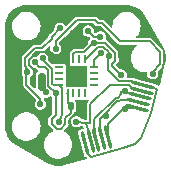
<source format=gtl>
G04 #@! TF.GenerationSoftware,KiCad,Pcbnew,7.0.7*
G04 #@! TF.CreationDate,2024-03-10T20:01:59-05:00*
G04 #@! TF.ProjectId,O12encoder,4f313265-6e63-46f6-9465-722e6b696361,1*
G04 #@! TF.SameCoordinates,Original*
G04 #@! TF.FileFunction,Copper,L1,Top*
G04 #@! TF.FilePolarity,Positive*
%FSLAX46Y46*%
G04 Gerber Fmt 4.6, Leading zero omitted, Abs format (unit mm)*
G04 Created by KiCad (PCBNEW 7.0.7) date 2024-03-10 20:01:59*
%MOMM*%
%LPD*%
G01*
G04 APERTURE LIST*
G04 Aperture macros list*
%AMRoundRect*
0 Rectangle with rounded corners*
0 $1 Rounding radius*
0 $2 $3 $4 $5 $6 $7 $8 $9 X,Y pos of 4 corners*
0 Add a 4 corners polygon primitive as box body*
4,1,4,$2,$3,$4,$5,$6,$7,$8,$9,$2,$3,0*
0 Add four circle primitives for the rounded corners*
1,1,$1+$1,$2,$3*
1,1,$1+$1,$4,$5*
1,1,$1+$1,$6,$7*
1,1,$1+$1,$8,$9*
0 Add four rect primitives between the rounded corners*
20,1,$1+$1,$2,$3,$4,$5,0*
20,1,$1+$1,$4,$5,$6,$7,0*
20,1,$1+$1,$6,$7,$8,$9,0*
20,1,$1+$1,$8,$9,$2,$3,0*%
G04 Aperture macros list end*
G04 #@! TA.AperFunction,SMDPad,CuDef*
%ADD10RoundRect,0.150000X0.150000X0.600000X-0.150000X0.600000X-0.150000X-0.600000X0.150000X-0.600000X0*%
G04 #@! TD*
G04 #@! TA.AperFunction,SMDPad,CuDef*
%ADD11RoundRect,0.140000X-0.140000X-0.170000X0.140000X-0.170000X0.140000X0.170000X-0.140000X0.170000X0*%
G04 #@! TD*
G04 #@! TA.AperFunction,SMDPad,CuDef*
%ADD12RoundRect,0.075000X-0.912893X0.166963X0.874070X-0.311852X0.912893X-0.166963X-0.874070X0.311852X0*%
G04 #@! TD*
G04 #@! TA.AperFunction,SMDPad,CuDef*
%ADD13R,0.711200X0.254000*%
G04 #@! TD*
G04 #@! TA.AperFunction,SMDPad,CuDef*
%ADD14R,0.254000X0.711200*%
G04 #@! TD*
G04 #@! TA.AperFunction,SMDPad,CuDef*
%ADD15R,1.701800X1.701800*%
G04 #@! TD*
G04 #@! TA.AperFunction,SMDPad,CuDef*
%ADD16RoundRect,0.075000X0.311852X-0.874070X-0.166963X0.912893X-0.311852X0.874070X0.166963X-0.912893X0*%
G04 #@! TD*
G04 #@! TA.AperFunction,ViaPad*
%ADD17C,0.550000*%
G04 #@! TD*
G04 #@! TA.AperFunction,Conductor*
%ADD18C,0.160000*%
G04 #@! TD*
G04 APERTURE END LIST*
D10*
X47050000Y-50500000D03*
D11*
X49520000Y-52550000D03*
X50480000Y-52550000D03*
D12*
X55773524Y-50242593D03*
X55644114Y-50725556D03*
X55514705Y-51208519D03*
X55385295Y-51691482D03*
X55255886Y-52174445D03*
X55126476Y-52657408D03*
D13*
X51450000Y-50750001D03*
X51450000Y-50250000D03*
X51450000Y-49750000D03*
X51450000Y-49249999D03*
D14*
X50750001Y-48550000D03*
X50250000Y-48550000D03*
X49750000Y-48550000D03*
X49249999Y-48550000D03*
D13*
X48550000Y-49249999D03*
X48550000Y-49750000D03*
X48550000Y-50250000D03*
X48550000Y-50750001D03*
D14*
X49249999Y-51450000D03*
X49750000Y-51450000D03*
X50250000Y-51450000D03*
X50750001Y-51450000D03*
D15*
X50000000Y-50000000D03*
D16*
X52657408Y-55126476D03*
X52174445Y-55255886D03*
X51691482Y-55385295D03*
X51208519Y-55514705D03*
X50725556Y-55644114D03*
X50242593Y-55773524D03*
D17*
X47280000Y-45140000D03*
X49940000Y-56060000D03*
X45060000Y-47570000D03*
X45220000Y-52410000D03*
X46560000Y-56020000D03*
X50070000Y-44630000D03*
X50550000Y-49460000D03*
X54088807Y-52738807D03*
X56450000Y-49800000D03*
X52500000Y-53400000D03*
X50999015Y-46164117D03*
X52020000Y-46650000D03*
X54100000Y-51250000D03*
X45250000Y-50250000D03*
X49500000Y-54650000D03*
X50000000Y-53850000D03*
X46950000Y-52350000D03*
X53800000Y-49900000D03*
X48500000Y-53850000D03*
X53850000Y-48650000D03*
X48620781Y-45945781D03*
X49750141Y-46340000D03*
X45840000Y-49640000D03*
X47456385Y-51345099D03*
X46480000Y-48820000D03*
X48245500Y-51406600D03*
X46286086Y-50235983D03*
X47140000Y-48490000D03*
X47831823Y-48226061D03*
X48253550Y-47655500D03*
X51454066Y-47165000D03*
X52775000Y-48275000D03*
X52075000Y-48000000D03*
D18*
X55450000Y-55200000D02*
X56288838Y-53110407D01*
X57480000Y-48640000D02*
X57371274Y-49141274D01*
X57371274Y-49141274D02*
X57250000Y-49630000D01*
X56450000Y-49800000D02*
X56450000Y-49610000D01*
X57077258Y-48982742D02*
X57077258Y-47917258D01*
X56210000Y-47050000D02*
X53701627Y-47050000D01*
X53701627Y-47050000D02*
X52151627Y-45500000D01*
X57077258Y-47917258D02*
X56210000Y-47050000D01*
X52151627Y-45500000D02*
X51800000Y-45500000D01*
X51550000Y-45250000D02*
X50040000Y-45250000D01*
X50040000Y-45250000D02*
X49135781Y-46154219D01*
X51800000Y-45500000D02*
X51550000Y-45250000D01*
X56450000Y-49610000D02*
X57077258Y-48982742D01*
X49135781Y-46154219D02*
X49135781Y-46159101D01*
X48834101Y-46460781D02*
X48829219Y-46460781D01*
X49135781Y-46159101D02*
X48834101Y-46460781D01*
X48253550Y-47036450D02*
X48253550Y-47655500D01*
X48829219Y-46460781D02*
X48253550Y-47036450D01*
X57242498Y-47520878D02*
X56520000Y-46540000D01*
X57392241Y-47825642D02*
X57242498Y-47520878D01*
X57440000Y-48060000D02*
X57392241Y-47825642D01*
X57480000Y-48640000D02*
X57440000Y-48060000D01*
X56900000Y-50460000D02*
X57250000Y-49630000D01*
X55773524Y-50242593D02*
X56900000Y-50460000D01*
X47275219Y-48675219D02*
X47954400Y-49354400D01*
X47954400Y-49354400D02*
X47954400Y-50617000D01*
X47140000Y-48490000D02*
X47275219Y-48675219D01*
X47954400Y-50617000D02*
X48087401Y-50750001D01*
X48087401Y-50750001D02*
X48550000Y-50750001D01*
X46386680Y-49458360D02*
X45960000Y-49031680D01*
X45960000Y-49031680D02*
X45960000Y-48582548D01*
X45960000Y-48582548D02*
X46622548Y-47920000D01*
X46286086Y-50235983D02*
X46386680Y-50135389D01*
X46386680Y-50135389D02*
X46386680Y-49458360D01*
X46622548Y-47920000D02*
X47525762Y-47920000D01*
X47525762Y-47920000D02*
X47831823Y-48226061D01*
X48620781Y-45945781D02*
X47916562Y-46650000D01*
X45640000Y-49164228D02*
X45840000Y-49364228D01*
X47916562Y-46650000D02*
X47916562Y-46808438D01*
X47916562Y-46808438D02*
X47125000Y-47600000D01*
X47125000Y-47600000D02*
X46490000Y-47600000D01*
X46490000Y-47600000D02*
X45640000Y-48450000D01*
X45640000Y-48450000D02*
X45640000Y-49164228D01*
X45840000Y-49364228D02*
X45840000Y-49640000D01*
X46480000Y-48820000D02*
X46855498Y-49180498D01*
X46855498Y-49180498D02*
X47327950Y-49180498D01*
X47327950Y-49180498D02*
X47634400Y-49486948D01*
X47634400Y-49486948D02*
X47634400Y-50795500D01*
X47634400Y-50795500D02*
X48245500Y-51406600D01*
X51454066Y-47165000D02*
X52420868Y-47165000D01*
X53290000Y-48681680D02*
X53000000Y-48971680D01*
X53000000Y-48971680D02*
X53000000Y-49100000D01*
X52420868Y-47165000D02*
X53290000Y-48034132D01*
X53290000Y-48034132D02*
X53290000Y-48681680D01*
X49883000Y-47954400D02*
X49750000Y-48087400D01*
X51454066Y-47165000D02*
X51334051Y-47290949D01*
X51334051Y-47290949D02*
X50670600Y-47954400D01*
X50670600Y-47954400D02*
X49883000Y-47954400D01*
X53000000Y-49100000D02*
X53800000Y-49900000D01*
X49750000Y-48087400D02*
X49750000Y-48550000D01*
X52020000Y-46650924D02*
X51485822Y-46650924D01*
X51485822Y-46650924D02*
X50999015Y-46164117D01*
X53850000Y-48650000D02*
X53610000Y-48410000D01*
X51275000Y-45600000D02*
X50768633Y-45600000D01*
X53610000Y-47646985D02*
X53355401Y-47646985D01*
X52750000Y-46574647D02*
X52025353Y-45850000D01*
X50025913Y-46342720D02*
X49750141Y-46342720D01*
X52750000Y-47041584D02*
X52750000Y-46574647D01*
X53610000Y-48410000D02*
X53610000Y-47646985D01*
X53355401Y-47646985D02*
X52750000Y-47041584D01*
X52025353Y-45850000D02*
X51525000Y-45850000D01*
X51525000Y-45850000D02*
X51275000Y-45600000D01*
X50768633Y-45600000D02*
X50025913Y-46342720D01*
X56288838Y-53110407D02*
X56850000Y-51050000D01*
X55644114Y-50725556D02*
X56850000Y-51050000D01*
X55000000Y-55700000D02*
X53950000Y-56100000D01*
X55450000Y-55200000D02*
X55000000Y-55700000D01*
X53950000Y-56100000D02*
X51250000Y-56800000D01*
X51250000Y-56800000D02*
X51000000Y-56600000D01*
X51000000Y-56600000D02*
X50850000Y-56050000D01*
X52657408Y-55126476D02*
X52657408Y-54005470D01*
X52657408Y-54005470D02*
X53924071Y-52738807D01*
X53924071Y-52738807D02*
X54088807Y-52738807D01*
X53467548Y-52135000D02*
X52326274Y-53276274D01*
X52326274Y-53276274D02*
X51970685Y-53631863D01*
X52500000Y-53400000D02*
X52376274Y-53276274D01*
X52376274Y-53276274D02*
X52326274Y-53276274D01*
X54450000Y-52000000D02*
X53780868Y-52000000D01*
X53780868Y-52000000D02*
X53645868Y-52135000D01*
X53645868Y-52135000D02*
X53467548Y-52135000D01*
X51970685Y-53631863D02*
X51970685Y-54444208D01*
X54100000Y-51250000D02*
X53900000Y-51250000D01*
X53513320Y-51815000D02*
X53335000Y-51815000D01*
X53900000Y-51250000D02*
X53815000Y-51335000D01*
X53815000Y-51513320D02*
X53513320Y-51815000D01*
X51524556Y-53625444D02*
X51524556Y-54337313D01*
X53815000Y-51335000D02*
X53815000Y-51513320D01*
X53335000Y-51815000D02*
X51524556Y-53625444D01*
X51524556Y-54337313D02*
X51550000Y-54432271D01*
X51550000Y-54432271D02*
X51550000Y-54800000D01*
X54170206Y-52657408D02*
X54088807Y-52738807D01*
X55126476Y-52657408D02*
X54170206Y-52657408D01*
X50800000Y-53950000D02*
X51167692Y-53950000D01*
X54435000Y-50735000D02*
X54650000Y-50950000D01*
X51167692Y-53950000D02*
X51167692Y-52382308D01*
X51167692Y-52382308D02*
X52815000Y-50735000D01*
X52815000Y-50735000D02*
X54435000Y-50735000D01*
X54300000Y-51450000D02*
X54550000Y-51450000D01*
X54100000Y-51250000D02*
X54300000Y-51450000D01*
X54715000Y-50415000D02*
X54800000Y-50500000D01*
X54185000Y-50415000D02*
X54715000Y-50415000D01*
X52650000Y-49478320D02*
X52650000Y-48400000D01*
X53586680Y-50415000D02*
X52650000Y-49478320D01*
X54185000Y-50415000D02*
X53586680Y-50415000D01*
X52650000Y-48400000D02*
X52775000Y-48275000D01*
X47100000Y-50988714D02*
X47100000Y-50600000D01*
X47456385Y-51345099D02*
X47100000Y-50988714D01*
X46950000Y-52350000D02*
X46950000Y-51900000D01*
X46950000Y-51900000D02*
X45771086Y-50721086D01*
X45771086Y-50721086D02*
X45771086Y-49708914D01*
X45771086Y-49708914D02*
X45840000Y-49640000D01*
X49750000Y-54650000D02*
X50000000Y-54900000D01*
X49500000Y-54650000D02*
X49750000Y-54650000D01*
X49450000Y-54600000D02*
X49500000Y-54650000D01*
X49450000Y-54121925D02*
X49450000Y-54600000D01*
X48245500Y-51406600D02*
X48245500Y-53257276D01*
X47900000Y-53602776D02*
X47900000Y-54000000D01*
X48350000Y-54450000D02*
X48669377Y-54450000D01*
X47900000Y-54000000D02*
X48350000Y-54450000D01*
X48245500Y-53257276D02*
X47900000Y-53602776D01*
X49050000Y-54069377D02*
X49050000Y-53550000D01*
X48669377Y-54450000D02*
X49050000Y-54069377D01*
X49050000Y-53550000D02*
X49520000Y-53080000D01*
X49520000Y-53080000D02*
X49520000Y-52550000D01*
X50800000Y-53950000D02*
X50000000Y-53850000D01*
X50480000Y-52550000D02*
X49840000Y-53190000D01*
X49840000Y-53190000D02*
X49840000Y-53212548D01*
X49840000Y-53212548D02*
X49450000Y-53602548D01*
X49450000Y-53602548D02*
X49450000Y-54121925D01*
X48500000Y-53850000D02*
X48760500Y-53301071D01*
X48760500Y-50960501D02*
X48550000Y-50750001D01*
X48760500Y-53301071D02*
X48760500Y-50960501D01*
X51208519Y-55414705D02*
X50800000Y-53950000D01*
X49520000Y-52550000D02*
X49249999Y-52279999D01*
X49249999Y-52279999D02*
X49249999Y-51450000D01*
X49750141Y-46342720D02*
X49249999Y-46842862D01*
X49249999Y-46842862D02*
X49249999Y-48550000D01*
X49249999Y-48550000D02*
X49249999Y-49249999D01*
X49249999Y-49249999D02*
X50000000Y-50000000D01*
X52775000Y-48275000D02*
X52775000Y-47971680D01*
X52775000Y-47971680D02*
X52288320Y-47485000D01*
X52288320Y-47485000D02*
X51861680Y-47485000D01*
X51861680Y-47485000D02*
X50796680Y-48550000D01*
X50796680Y-48550000D02*
X50750001Y-48550000D01*
X49206599Y-51406600D02*
X49249999Y-51450000D01*
X47831823Y-48226061D02*
X48926060Y-48226061D01*
X48926060Y-48226061D02*
X49249999Y-48550000D01*
X51450000Y-48625000D02*
X52075000Y-48000000D01*
X51450000Y-49249999D02*
X51450000Y-48625000D01*
G04 #@! TA.AperFunction,Conductor*
G36*
X54243925Y-43957944D02*
G01*
X54370398Y-43966235D01*
X54474941Y-43973088D01*
X54480062Y-43973764D01*
X54658675Y-44009293D01*
X54705845Y-44018676D01*
X54710829Y-44020011D01*
X54928831Y-44094012D01*
X54933597Y-44095985D01*
X55140080Y-44197808D01*
X55144539Y-44200382D01*
X55299034Y-44303608D01*
X55335960Y-44328281D01*
X55340063Y-44331429D01*
X55513153Y-44483215D01*
X55516800Y-44486862D01*
X55668600Y-44659944D01*
X55671742Y-44664039D01*
X55738497Y-44763934D01*
X55797748Y-44852600D01*
X55800064Y-44856065D01*
X55801430Y-44858263D01*
X57330797Y-47507202D01*
X57330810Y-47507231D01*
X57353321Y-47546218D01*
X57354540Y-47548497D01*
X57385359Y-47610986D01*
X57391244Y-47664703D01*
X57361223Y-47709636D01*
X57309343Y-47724760D01*
X57266877Y-47708955D01*
X57265591Y-47707984D01*
X57264004Y-47706784D01*
X57259891Y-47703204D01*
X56449811Y-46893124D01*
X56442799Y-46883376D01*
X56442135Y-46883878D01*
X56437722Y-46878035D01*
X56437721Y-46878034D01*
X56437721Y-46878033D01*
X56404415Y-46847670D01*
X56403125Y-46846438D01*
X56389964Y-46833277D01*
X56389963Y-46833276D01*
X56389962Y-46833275D01*
X56386846Y-46831141D01*
X56382555Y-46827742D01*
X56375625Y-46821425D01*
X56360222Y-46807383D01*
X56360220Y-46807382D01*
X56350217Y-46803507D01*
X56334110Y-46795016D01*
X56325263Y-46788955D01*
X56325261Y-46788954D01*
X56295840Y-46782035D01*
X56290608Y-46780414D01*
X56262436Y-46769500D01*
X56262435Y-46769500D01*
X56251710Y-46769500D01*
X56233621Y-46767401D01*
X56223180Y-46764945D01*
X56223178Y-46764944D01*
X56205573Y-46767401D01*
X56193239Y-46769121D01*
X56187784Y-46769500D01*
X55118259Y-46769500D01*
X55067479Y-46751018D01*
X55040459Y-46704218D01*
X55049843Y-46651000D01*
X55065035Y-46632120D01*
X55133622Y-46569595D01*
X55267699Y-46392048D01*
X55366870Y-46192887D01*
X55427756Y-45978895D01*
X55448284Y-45757359D01*
X55427756Y-45535823D01*
X55366870Y-45321831D01*
X55267699Y-45122670D01*
X55133622Y-44945123D01*
X54969203Y-44795235D01*
X54886918Y-44744286D01*
X54780043Y-44678112D01*
X54780039Y-44678110D01*
X54572587Y-44597743D01*
X54572576Y-44597739D01*
X54353884Y-44556859D01*
X54131398Y-44556859D01*
X53912705Y-44597739D01*
X53912694Y-44597743D01*
X53705242Y-44678110D01*
X53705238Y-44678112D01*
X53516082Y-44795233D01*
X53516075Y-44795238D01*
X53351660Y-44945122D01*
X53286702Y-45031141D01*
X53217583Y-45122670D01*
X53217581Y-45122672D01*
X53217579Y-45122676D01*
X53118411Y-45321832D01*
X53057526Y-45535820D01*
X53036998Y-45757359D01*
X53036998Y-45757360D01*
X53040434Y-45794447D01*
X53026715Y-45846716D01*
X52982608Y-45877937D01*
X52928751Y-45873503D01*
X52905910Y-45857596D01*
X52391438Y-45343124D01*
X52384426Y-45333376D01*
X52383762Y-45333878D01*
X52379349Y-45328035D01*
X52379348Y-45328034D01*
X52379348Y-45328033D01*
X52346042Y-45297670D01*
X52344752Y-45296438D01*
X52331591Y-45283277D01*
X52331590Y-45283276D01*
X52331589Y-45283275D01*
X52328473Y-45281141D01*
X52324182Y-45277742D01*
X52320710Y-45274577D01*
X52301849Y-45257383D01*
X52301847Y-45257382D01*
X52291844Y-45253507D01*
X52275737Y-45245016D01*
X52266890Y-45238955D01*
X52266888Y-45238954D01*
X52237467Y-45232035D01*
X52232235Y-45230414D01*
X52204063Y-45219500D01*
X52204062Y-45219500D01*
X52193337Y-45219500D01*
X52175248Y-45217401D01*
X52164807Y-45214945D01*
X52164805Y-45214944D01*
X52147200Y-45217401D01*
X52134866Y-45219121D01*
X52129411Y-45219500D01*
X51948909Y-45219500D01*
X51898129Y-45201018D01*
X51893048Y-45196361D01*
X51789811Y-45093124D01*
X51782799Y-45083376D01*
X51782135Y-45083878D01*
X51777722Y-45078035D01*
X51777721Y-45078034D01*
X51777721Y-45078033D01*
X51744415Y-45047670D01*
X51743125Y-45046438D01*
X51729964Y-45033277D01*
X51729963Y-45033276D01*
X51729962Y-45033275D01*
X51726846Y-45031141D01*
X51722555Y-45027742D01*
X51716436Y-45022164D01*
X51700222Y-45007383D01*
X51700220Y-45007382D01*
X51690217Y-45003507D01*
X51674110Y-44995016D01*
X51665263Y-44988955D01*
X51665261Y-44988954D01*
X51635840Y-44982035D01*
X51630608Y-44980414D01*
X51602436Y-44969500D01*
X51602435Y-44969500D01*
X51591710Y-44969500D01*
X51573621Y-44967401D01*
X51563180Y-44964945D01*
X51563178Y-44964944D01*
X51543381Y-44967706D01*
X51533239Y-44969121D01*
X51527784Y-44969500D01*
X50098642Y-44969500D01*
X50086788Y-44967566D01*
X50086674Y-44968389D01*
X50079426Y-44967377D01*
X50034430Y-44969458D01*
X50032605Y-44969500D01*
X50014007Y-44969500D01*
X50014004Y-44969500D01*
X50013998Y-44969501D01*
X50010283Y-44970195D01*
X50004854Y-44970824D01*
X49974666Y-44972221D01*
X49964848Y-44976556D01*
X49947467Y-44981938D01*
X49936914Y-44983911D01*
X49911217Y-44999822D01*
X49906379Y-45002371D01*
X49878734Y-45014579D01*
X49878732Y-45014580D01*
X49871148Y-45022164D01*
X49856883Y-45033463D01*
X49847759Y-45039113D01*
X49847755Y-45039117D01*
X49829541Y-45063235D01*
X49825946Y-45067366D01*
X49162531Y-45730780D01*
X49113555Y-45753618D01*
X49061357Y-45739632D01*
X49034809Y-45707737D01*
X49032911Y-45703581D01*
X49024911Y-45686063D01*
X48935370Y-45582726D01*
X48935369Y-45582725D01*
X48820346Y-45508805D01*
X48820343Y-45508804D01*
X48820342Y-45508803D01*
X48754745Y-45489542D01*
X48689149Y-45470281D01*
X48689148Y-45470281D01*
X48552414Y-45470281D01*
X48552413Y-45470281D01*
X48421220Y-45508803D01*
X48421215Y-45508805D01*
X48306192Y-45582725D01*
X48216651Y-45686062D01*
X48159849Y-45810440D01*
X48140391Y-45945781D01*
X48140391Y-45945783D01*
X48145284Y-45979822D01*
X48134215Y-46032716D01*
X48122949Y-46046924D01*
X47759683Y-46410190D01*
X47749935Y-46417209D01*
X47750434Y-46417869D01*
X47744594Y-46422279D01*
X47714240Y-46455574D01*
X47712982Y-46456892D01*
X47699836Y-46470038D01*
X47697696Y-46473162D01*
X47694303Y-46477444D01*
X47673945Y-46499778D01*
X47673943Y-46499781D01*
X47670067Y-46509785D01*
X47661581Y-46525885D01*
X47655517Y-46534737D01*
X47655516Y-46534738D01*
X47648598Y-46564156D01*
X47646978Y-46569387D01*
X47636062Y-46597563D01*
X47636062Y-46608287D01*
X47633964Y-46626374D01*
X47631506Y-46636821D01*
X47631506Y-46636823D01*
X47633415Y-46650502D01*
X47622126Y-46703349D01*
X47611034Y-46717278D01*
X47031952Y-47296361D01*
X46982976Y-47319199D01*
X46976091Y-47319500D01*
X46548642Y-47319500D01*
X46536788Y-47317566D01*
X46536674Y-47318389D01*
X46529426Y-47317377D01*
X46484430Y-47319458D01*
X46482605Y-47319500D01*
X46464007Y-47319500D01*
X46464004Y-47319500D01*
X46463998Y-47319501D01*
X46460283Y-47320195D01*
X46454854Y-47320824D01*
X46424666Y-47322221D01*
X46414848Y-47326556D01*
X46397467Y-47331938D01*
X46386914Y-47333911D01*
X46361217Y-47349822D01*
X46356379Y-47352371D01*
X46328734Y-47364579D01*
X46328732Y-47364580D01*
X46321148Y-47372164D01*
X46306883Y-47383463D01*
X46297759Y-47389113D01*
X46297755Y-47389117D01*
X46279541Y-47413235D01*
X46275946Y-47417366D01*
X45483121Y-48210190D01*
X45473373Y-48217209D01*
X45473872Y-48217869D01*
X45468032Y-48222279D01*
X45437678Y-48255574D01*
X45436420Y-48256892D01*
X45423274Y-48270038D01*
X45421134Y-48273162D01*
X45417741Y-48277444D01*
X45397383Y-48299778D01*
X45397381Y-48299781D01*
X45393505Y-48309785D01*
X45385019Y-48325885D01*
X45378955Y-48334737D01*
X45378954Y-48334738D01*
X45372036Y-48364156D01*
X45370416Y-48369387D01*
X45359500Y-48397563D01*
X45359500Y-48408287D01*
X45357402Y-48426374D01*
X45354944Y-48436821D01*
X45354944Y-48436824D01*
X45359120Y-48466752D01*
X45359499Y-48472216D01*
X45359499Y-49105593D01*
X45357566Y-49117446D01*
X45358388Y-49117561D01*
X45357377Y-49124804D01*
X45359458Y-49169798D01*
X45359500Y-49171623D01*
X45359500Y-49190227D01*
X45360193Y-49193934D01*
X45360824Y-49199370D01*
X45362221Y-49229561D01*
X45366555Y-49239377D01*
X45371938Y-49256759D01*
X45373529Y-49265272D01*
X45373911Y-49267313D01*
X45383642Y-49283028D01*
X45388315Y-49290576D01*
X45389818Y-49293002D01*
X45392372Y-49297847D01*
X45404578Y-49325492D01*
X45408717Y-49331534D01*
X45407662Y-49332256D01*
X45427289Y-49374334D01*
X45420451Y-49414045D01*
X45379068Y-49504659D01*
X45359610Y-49640000D01*
X45379068Y-49775340D01*
X45379069Y-49775342D01*
X45435870Y-49899718D01*
X45466736Y-49935340D01*
X45471290Y-49940595D01*
X45490576Y-49991076D01*
X45490586Y-49992329D01*
X45490586Y-50662443D01*
X45488653Y-50674297D01*
X45489475Y-50674412D01*
X45488463Y-50681661D01*
X45490544Y-50726656D01*
X45490586Y-50728481D01*
X45490586Y-50747085D01*
X45491279Y-50750792D01*
X45491910Y-50756228D01*
X45493307Y-50786419D01*
X45497641Y-50796235D01*
X45503024Y-50813617D01*
X45503264Y-50814900D01*
X45504997Y-50824171D01*
X45520904Y-50849860D01*
X45523456Y-50854702D01*
X45535665Y-50882352D01*
X45543248Y-50889935D01*
X45554552Y-50904205D01*
X45557218Y-50908511D01*
X45560204Y-50913332D01*
X45584324Y-50931547D01*
X45588448Y-50935135D01*
X46103813Y-51450500D01*
X46585652Y-51932339D01*
X46608490Y-51981315D01*
X46594504Y-52033513D01*
X46589496Y-52039933D01*
X46545870Y-52090281D01*
X46489068Y-52214659D01*
X46469610Y-52350000D01*
X46489068Y-52485340D01*
X46545870Y-52609718D01*
X46635411Y-52713055D01*
X46726024Y-52771288D01*
X46750439Y-52786978D01*
X46851853Y-52816756D01*
X46881632Y-52825500D01*
X46881633Y-52825500D01*
X47018368Y-52825500D01*
X47042637Y-52818373D01*
X47149561Y-52786978D01*
X47264589Y-52713055D01*
X47354130Y-52609718D01*
X47410931Y-52485342D01*
X47430390Y-52350000D01*
X47410931Y-52214658D01*
X47354130Y-52090282D01*
X47264589Y-51986945D01*
X47264588Y-51986944D01*
X47260319Y-51983245D01*
X47262082Y-51981209D01*
X47235501Y-51946278D01*
X47232023Y-51926473D01*
X47230542Y-51894428D01*
X47230500Y-51892604D01*
X47230500Y-51879879D01*
X47248982Y-51829099D01*
X47295782Y-51802079D01*
X47331755Y-51804078D01*
X47356195Y-51811255D01*
X47388017Y-51820599D01*
X47388018Y-51820599D01*
X47524753Y-51820599D01*
X47549022Y-51813472D01*
X47655946Y-51782077D01*
X47770974Y-51708154D01*
X47770981Y-51708145D01*
X47772174Y-51707113D01*
X47773210Y-51706716D01*
X47775728Y-51705099D01*
X47776066Y-51705625D01*
X47822652Y-51687821D01*
X47873721Y-51705489D01*
X47883619Y-51715077D01*
X47930911Y-51769655D01*
X47930917Y-51769659D01*
X47935183Y-51773356D01*
X47933810Y-51774939D01*
X47961440Y-51811255D01*
X47964999Y-51834700D01*
X47964999Y-53108366D01*
X47946517Y-53159146D01*
X47941860Y-53164227D01*
X47743121Y-53362966D01*
X47733373Y-53369985D01*
X47733872Y-53370645D01*
X47728032Y-53375055D01*
X47697678Y-53408350D01*
X47696420Y-53409668D01*
X47683274Y-53422814D01*
X47681134Y-53425938D01*
X47677741Y-53430220D01*
X47657383Y-53452554D01*
X47657381Y-53452557D01*
X47653505Y-53462561D01*
X47645019Y-53478661D01*
X47638955Y-53487513D01*
X47638954Y-53487514D01*
X47632036Y-53516932D01*
X47630416Y-53522163D01*
X47619500Y-53550339D01*
X47619500Y-53561063D01*
X47617402Y-53579150D01*
X47614944Y-53589597D01*
X47616422Y-53600186D01*
X47619121Y-53619538D01*
X47619500Y-53624991D01*
X47619500Y-53941357D01*
X47617567Y-53953211D01*
X47618389Y-53953326D01*
X47617377Y-53960575D01*
X47619458Y-54005570D01*
X47619500Y-54007395D01*
X47619500Y-54025999D01*
X47620193Y-54029706D01*
X47620824Y-54035142D01*
X47622221Y-54065333D01*
X47626555Y-54075149D01*
X47631938Y-54092531D01*
X47633529Y-54101044D01*
X47633911Y-54103085D01*
X47638865Y-54111085D01*
X47649406Y-54128110D01*
X47649818Y-54128774D01*
X47652370Y-54133616D01*
X47664579Y-54161266D01*
X47672162Y-54168849D01*
X47683466Y-54183119D01*
X47684407Y-54184639D01*
X47689118Y-54192246D01*
X47713238Y-54210461D01*
X47717362Y-54214049D01*
X47912766Y-54409453D01*
X48047348Y-54544035D01*
X48070186Y-54593011D01*
X48056200Y-54645209D01*
X48020025Y-54673561D01*
X47909687Y-54716306D01*
X47909683Y-54716308D01*
X47720527Y-54833429D01*
X47720520Y-54833434D01*
X47556105Y-54983318D01*
X47506253Y-55049334D01*
X47422028Y-55160866D01*
X47422026Y-55160868D01*
X47422024Y-55160872D01*
X47322856Y-55360028D01*
X47261971Y-55574016D01*
X47257928Y-55617650D01*
X47241443Y-55795555D01*
X47248285Y-55869400D01*
X47261971Y-56017093D01*
X47322856Y-56231081D01*
X47422024Y-56430237D01*
X47422025Y-56430238D01*
X47422028Y-56430244D01*
X47556105Y-56607791D01*
X47720524Y-56757679D01*
X47868542Y-56849327D01*
X47909683Y-56874801D01*
X47909687Y-56874803D01*
X48000686Y-56910056D01*
X48117146Y-56955173D01*
X48117148Y-56955173D01*
X48117150Y-56955174D01*
X48335843Y-56996055D01*
X48558328Y-56996055D01*
X48558329Y-56996055D01*
X48777026Y-56955173D01*
X48984487Y-56874802D01*
X49173648Y-56757679D01*
X49338067Y-56607791D01*
X49472144Y-56430244D01*
X49571315Y-56231083D01*
X49632201Y-56017091D01*
X49652729Y-55795555D01*
X49632201Y-55574019D01*
X49571315Y-55360027D01*
X49472144Y-55160866D01*
X49338067Y-54983319D01*
X49173648Y-54833431D01*
X49012055Y-54733377D01*
X48984488Y-54716308D01*
X48984485Y-54716306D01*
X48964387Y-54708520D01*
X48923714Y-54672941D01*
X48915427Y-54619541D01*
X48937065Y-54578997D01*
X49206875Y-54309187D01*
X49216626Y-54302177D01*
X49216123Y-54301511D01*
X49221962Y-54297100D01*
X49221967Y-54297098D01*
X49252340Y-54263779D01*
X49253529Y-54262533D01*
X49266723Y-54249341D01*
X49268856Y-54246225D01*
X49272259Y-54241930D01*
X49274670Y-54239284D01*
X49292617Y-54219599D01*
X49296490Y-54209599D01*
X49304986Y-54193483D01*
X49311045Y-54184639D01*
X49317965Y-54155213D01*
X49319581Y-54149994D01*
X49330500Y-54121812D01*
X49330500Y-54111084D01*
X49332599Y-54092997D01*
X49335053Y-54082560D01*
X49335054Y-54082557D01*
X49335054Y-54082556D01*
X49330876Y-54052604D01*
X49330500Y-54047180D01*
X49330500Y-53698909D01*
X49348983Y-53648129D01*
X49353639Y-53643048D01*
X49445506Y-53551181D01*
X49494482Y-53528343D01*
X49546680Y-53542329D01*
X49577675Y-53586595D01*
X49573228Y-53639859D01*
X49539068Y-53714657D01*
X49539068Y-53714658D01*
X49519610Y-53850000D01*
X49539068Y-53985340D01*
X49595870Y-54109718D01*
X49685411Y-54213055D01*
X49775428Y-54270905D01*
X49800439Y-54286978D01*
X49901853Y-54316756D01*
X49931632Y-54325500D01*
X49931633Y-54325500D01*
X50068368Y-54325500D01*
X50092637Y-54318373D01*
X50199561Y-54286978D01*
X50314589Y-54213055D01*
X50319047Y-54207908D01*
X50366267Y-54181634D01*
X50388552Y-54181251D01*
X50527794Y-54198656D01*
X50575888Y-54223294D01*
X50594090Y-54255823D01*
X50621911Y-54355575D01*
X50617750Y-54409453D01*
X50579930Y-54448052D01*
X50550982Y-54455629D01*
X50513494Y-54458086D01*
X50316192Y-54510954D01*
X50242704Y-54547193D01*
X50170442Y-54629592D01*
X50170438Y-54629598D01*
X50135209Y-54733377D01*
X50140569Y-54815142D01*
X50633428Y-56654515D01*
X50633433Y-56654527D01*
X50669667Y-56728004D01*
X50669668Y-56728005D01*
X50669669Y-56728006D01*
X50752071Y-56800271D01*
X50816864Y-56822265D01*
X50845323Y-56839274D01*
X50847131Y-56840958D01*
X50847133Y-56840959D01*
X50849898Y-56842713D01*
X50866365Y-56852307D01*
X50885841Y-56867888D01*
X50892332Y-56873081D01*
X50920438Y-56919236D01*
X50912300Y-56972659D01*
X50871727Y-57008353D01*
X50863427Y-57011077D01*
X48926879Y-57529974D01*
X48914092Y-57533400D01*
X48911575Y-57533987D01*
X48684514Y-57579150D01*
X48679386Y-57579825D01*
X48449675Y-57594879D01*
X48444502Y-57594879D01*
X48214790Y-57579822D01*
X48209662Y-57579147D01*
X47983889Y-57534237D01*
X47978893Y-57532899D01*
X47760897Y-57458899D01*
X47756124Y-57456922D01*
X47548419Y-57354495D01*
X47546150Y-57353283D01*
X47512796Y-57334026D01*
X47512794Y-57334025D01*
X44858716Y-55801691D01*
X44856532Y-55800333D01*
X44849381Y-55795555D01*
X44664045Y-55671715D01*
X44659943Y-55668567D01*
X44658702Y-55667478D01*
X44486856Y-55516773D01*
X44483225Y-55513142D01*
X44331421Y-55340043D01*
X44328281Y-55335951D01*
X44318885Y-55321889D01*
X44200381Y-55144536D01*
X44197799Y-55140064D01*
X44155789Y-55054877D01*
X44095976Y-54933591D01*
X44094001Y-54928820D01*
X44020004Y-54710838D01*
X44018665Y-54705842D01*
X43973750Y-54480060D01*
X43973074Y-54474932D01*
X43971618Y-54452727D01*
X43963278Y-54325500D01*
X43957944Y-54244137D01*
X43957895Y-54242641D01*
X44551716Y-54242641D01*
X44572244Y-54464179D01*
X44633129Y-54678167D01*
X44732297Y-54877323D01*
X44732298Y-54877324D01*
X44732301Y-54877330D01*
X44866378Y-55054877D01*
X45030797Y-55204765D01*
X45178815Y-55296413D01*
X45219956Y-55321887D01*
X45219960Y-55321889D01*
X45278982Y-55344754D01*
X45427419Y-55402259D01*
X45427421Y-55402259D01*
X45427423Y-55402260D01*
X45646116Y-55443141D01*
X45868601Y-55443141D01*
X45868602Y-55443141D01*
X46087299Y-55402259D01*
X46294760Y-55321888D01*
X46483921Y-55204765D01*
X46648340Y-55054877D01*
X46782417Y-54877330D01*
X46881588Y-54678169D01*
X46942474Y-54464177D01*
X46963002Y-54242641D01*
X46942474Y-54021105D01*
X46881588Y-53807113D01*
X46782417Y-53607952D01*
X46648340Y-53430405D01*
X46483921Y-53280517D01*
X46386544Y-53220224D01*
X46294761Y-53163394D01*
X46294757Y-53163392D01*
X46087305Y-53083025D01*
X46087294Y-53083021D01*
X45868602Y-53042141D01*
X45646116Y-53042141D01*
X45427423Y-53083021D01*
X45427412Y-53083025D01*
X45219960Y-53163392D01*
X45219956Y-53163394D01*
X45030800Y-53280515D01*
X45030793Y-53280520D01*
X44866378Y-53430404D01*
X44823681Y-53486945D01*
X44732301Y-53607952D01*
X44732299Y-53607954D01*
X44732297Y-53607958D01*
X44633129Y-53807114D01*
X44572244Y-54021102D01*
X44551716Y-54242641D01*
X43957895Y-54242641D01*
X43957859Y-54241552D01*
X43957859Y-45758656D01*
X43957902Y-45757359D01*
X44551716Y-45757359D01*
X44572244Y-45978897D01*
X44633129Y-46192885D01*
X44732297Y-46392041D01*
X44732298Y-46392042D01*
X44732301Y-46392048D01*
X44866378Y-46569595D01*
X45030797Y-46719483D01*
X45161155Y-46800197D01*
X45219956Y-46836605D01*
X45219960Y-46836607D01*
X45245283Y-46846417D01*
X45427419Y-46916977D01*
X45427421Y-46916977D01*
X45427423Y-46916978D01*
X45646116Y-46957859D01*
X45868601Y-46957859D01*
X45868602Y-46957859D01*
X46058385Y-46922382D01*
X46087294Y-46916978D01*
X46087294Y-46916977D01*
X46087299Y-46916977D01*
X46294760Y-46836606D01*
X46483921Y-46719483D01*
X46648340Y-46569595D01*
X46782417Y-46392048D01*
X46881588Y-46192887D01*
X46942474Y-45978895D01*
X46963002Y-45757359D01*
X46942474Y-45535823D01*
X46881588Y-45321831D01*
X46782417Y-45122670D01*
X46648340Y-44945123D01*
X46483921Y-44795235D01*
X46401636Y-44744286D01*
X46294761Y-44678112D01*
X46294757Y-44678110D01*
X46087305Y-44597743D01*
X46087294Y-44597739D01*
X45868602Y-44556859D01*
X45646116Y-44556859D01*
X45427423Y-44597739D01*
X45427412Y-44597743D01*
X45219960Y-44678110D01*
X45219956Y-44678112D01*
X45030800Y-44795233D01*
X45030793Y-44795238D01*
X44866378Y-44945122D01*
X44801420Y-45031141D01*
X44732301Y-45122670D01*
X44732299Y-45122672D01*
X44732297Y-45122676D01*
X44633129Y-45321832D01*
X44572244Y-45535820D01*
X44551716Y-45757359D01*
X43957902Y-45757359D01*
X43957944Y-45756071D01*
X43971215Y-45553638D01*
X43973089Y-45525059D01*
X43973764Y-45519939D01*
X43983642Y-45470281D01*
X44018679Y-45294150D01*
X44020013Y-45289175D01*
X44094019Y-45071169D01*
X44095994Y-45066404D01*
X44114149Y-45029590D01*
X44197818Y-44859930D01*
X44200389Y-44855476D01*
X44328301Y-44664045D01*
X44331427Y-44659971D01*
X44483242Y-44486858D01*
X44486858Y-44483242D01*
X44659971Y-44331427D01*
X44664045Y-44328301D01*
X44855479Y-44200388D01*
X44859930Y-44197818D01*
X45066405Y-44095993D01*
X45071169Y-44094019D01*
X45289175Y-44020013D01*
X45294150Y-44018679D01*
X45486992Y-43980317D01*
X45519939Y-43973764D01*
X45525059Y-43973089D01*
X45637111Y-43965742D01*
X45756075Y-43957944D01*
X45758660Y-43957859D01*
X54241340Y-43957859D01*
X54243925Y-43957944D01*
G37*
G04 #@! TD.AperFunction*
G04 #@! TA.AperFunction,Conductor*
G36*
X50537546Y-51991571D02*
G01*
X50537580Y-51991489D01*
X50539458Y-51992267D01*
X50543893Y-51993881D01*
X50544770Y-51994467D01*
X50544769Y-51994467D01*
X50603253Y-52006100D01*
X50896749Y-52006100D01*
X50953979Y-51994716D01*
X51007389Y-52002936D01*
X51043020Y-52043565D01*
X51044199Y-52097591D01*
X51025252Y-52128059D01*
X51010813Y-52142498D01*
X51001065Y-52149517D01*
X51001564Y-52150177D01*
X50995724Y-52154587D01*
X50965370Y-52187882D01*
X50964112Y-52189200D01*
X50950966Y-52202346D01*
X50948826Y-52205470D01*
X50945433Y-52209752D01*
X50925075Y-52232086D01*
X50925073Y-52232089D01*
X50921197Y-52242093D01*
X50912711Y-52258193D01*
X50906647Y-52267045D01*
X50906646Y-52267046D01*
X50901299Y-52289780D01*
X50901127Y-52290517D01*
X50899728Y-52296464D01*
X50898108Y-52301695D01*
X50887192Y-52329871D01*
X50887192Y-52340595D01*
X50885094Y-52358682D01*
X50882636Y-52369129D01*
X50884878Y-52385199D01*
X50886813Y-52399070D01*
X50887192Y-52404523D01*
X50887192Y-53588726D01*
X50868710Y-53639506D01*
X50821910Y-53666526D01*
X50798393Y-53667116D01*
X50460059Y-53624824D01*
X50411964Y-53600186D01*
X50405573Y-53591947D01*
X50314588Y-53486944D01*
X50199565Y-53413024D01*
X50199562Y-53413023D01*
X50199561Y-53413022D01*
X50105329Y-53385353D01*
X50068368Y-53374500D01*
X50068367Y-53374500D01*
X49931633Y-53374500D01*
X49931632Y-53374500D01*
X49894671Y-53385353D01*
X49800439Y-53413022D01*
X49800438Y-53413022D01*
X49795018Y-53414614D01*
X49794544Y-53413001D01*
X49747859Y-53416706D01*
X49703845Y-53385353D01*
X49690282Y-53333044D01*
X49710539Y-53287347D01*
X49722340Y-53274402D01*
X49723529Y-53273156D01*
X49736723Y-53259964D01*
X49738856Y-53256848D01*
X49742254Y-53252557D01*
X49762617Y-53230222D01*
X49766492Y-53220217D01*
X49774981Y-53204111D01*
X49781044Y-53195262D01*
X49787963Y-53165841D01*
X49789579Y-53160622D01*
X49797460Y-53140282D01*
X49800500Y-53132436D01*
X49800500Y-53121708D01*
X49802599Y-53103620D01*
X49805053Y-53093183D01*
X49805054Y-53093178D01*
X49804593Y-53089873D01*
X49805376Y-53086205D01*
X49805392Y-53085868D01*
X49805447Y-53085870D01*
X49815881Y-53037026D01*
X49849447Y-53007359D01*
X49858316Y-53003224D01*
X49943224Y-52918316D01*
X49993972Y-52809487D01*
X50000500Y-52759901D01*
X50000499Y-52340100D01*
X49998398Y-52324135D01*
X49993973Y-52290517D01*
X49993971Y-52290511D01*
X49983029Y-52267046D01*
X49943224Y-52181684D01*
X49943223Y-52181683D01*
X49943221Y-52181680D01*
X49893570Y-52132029D01*
X49870732Y-52083053D01*
X49884718Y-52030855D01*
X49928984Y-51999860D01*
X49934016Y-51998686D01*
X49955231Y-51994467D01*
X49956105Y-51993882D01*
X49957413Y-51993562D01*
X49962419Y-51991489D01*
X49962737Y-51992259D01*
X50008594Y-51981034D01*
X50037546Y-51991571D01*
X50037581Y-51991489D01*
X50039480Y-51992276D01*
X50043893Y-51993882D01*
X50044769Y-51994467D01*
X50103252Y-52006100D01*
X50396748Y-52006100D01*
X50455231Y-51994467D01*
X50456105Y-51993882D01*
X50457413Y-51993562D01*
X50462419Y-51991489D01*
X50462737Y-51992259D01*
X50508594Y-51981034D01*
X50537546Y-51991571D01*
G37*
G04 #@! TD.AperFunction*
G04 #@! TA.AperFunction,Conductor*
G36*
X46339450Y-49274305D02*
G01*
X46375996Y-49285036D01*
X46411632Y-49295500D01*
X46538478Y-49295500D01*
X46589258Y-49313982D01*
X46593186Y-49317508D01*
X46618440Y-49341754D01*
X46626773Y-49351135D01*
X46627778Y-49352466D01*
X46663855Y-49385356D01*
X46671598Y-49392788D01*
X46679988Y-49400843D01*
X46679996Y-49400848D01*
X46682840Y-49403114D01*
X46682739Y-49403240D01*
X46687680Y-49407075D01*
X46705276Y-49423115D01*
X46718742Y-49428331D01*
X46733500Y-49435919D01*
X46745579Y-49443837D01*
X46745580Y-49443837D01*
X46751702Y-49447850D01*
X46750023Y-49450410D01*
X46780403Y-49478387D01*
X46787324Y-49531981D01*
X46758176Y-49577485D01*
X46744937Y-49585663D01*
X46693519Y-49610800D01*
X46693512Y-49610805D01*
X46610805Y-49693512D01*
X46610802Y-49693516D01*
X46559427Y-49798604D01*
X46549500Y-49866738D01*
X46549500Y-50912090D01*
X46531018Y-50962870D01*
X46484218Y-50989890D01*
X46431000Y-50980506D01*
X46414639Y-50967952D01*
X46251303Y-50804616D01*
X46074724Y-50628037D01*
X46051887Y-50579062D01*
X46051586Y-50572177D01*
X46051586Y-50112387D01*
X46070068Y-50061607D01*
X46087876Y-50045928D01*
X46154589Y-50003055D01*
X46244130Y-49899718D01*
X46300931Y-49775342D01*
X46320390Y-49640000D01*
X46300931Y-49504658D01*
X46245335Y-49382922D01*
X46241053Y-49329055D01*
X46272399Y-49285036D01*
X46324706Y-49271464D01*
X46339450Y-49274305D01*
G37*
G04 #@! TD.AperFunction*
G04 #@! TA.AperFunction,Conductor*
G36*
X51451871Y-45548982D02*
G01*
X51456952Y-45553639D01*
X51560189Y-45656876D01*
X51567202Y-45666623D01*
X51567865Y-45666123D01*
X51572276Y-45671963D01*
X51572277Y-45671964D01*
X51572279Y-45671967D01*
X51587742Y-45686063D01*
X51605574Y-45702320D01*
X51606872Y-45703559D01*
X51620036Y-45716723D01*
X51620037Y-45716724D01*
X51623148Y-45718855D01*
X51627445Y-45722257D01*
X51649778Y-45742617D01*
X51656281Y-45745136D01*
X51659783Y-45746493D01*
X51675891Y-45754984D01*
X51679360Y-45757360D01*
X51684738Y-45761044D01*
X51714156Y-45767963D01*
X51719378Y-45769580D01*
X51747565Y-45780500D01*
X51758292Y-45780500D01*
X51776378Y-45782597D01*
X51786821Y-45785054D01*
X51786822Y-45785054D01*
X51791808Y-45784358D01*
X51816755Y-45780878D01*
X51822210Y-45780500D01*
X52002718Y-45780500D01*
X52053498Y-45798982D01*
X52058579Y-45803639D01*
X52395115Y-46140175D01*
X52417953Y-46189151D01*
X52403967Y-46241349D01*
X52359701Y-46272344D01*
X52305867Y-46267634D01*
X52296544Y-46262495D01*
X52219565Y-46213024D01*
X52219562Y-46213023D01*
X52219561Y-46213022D01*
X52138264Y-46189151D01*
X52088368Y-46174500D01*
X52088367Y-46174500D01*
X51951633Y-46174500D01*
X51951632Y-46174500D01*
X51820439Y-46213022D01*
X51820434Y-46213024D01*
X51705411Y-46286944D01*
X51705410Y-46286945D01*
X51674219Y-46322942D01*
X51626997Y-46349216D01*
X51573934Y-46338988D01*
X51558654Y-46327069D01*
X51496845Y-46265260D01*
X51474007Y-46216284D01*
X51474509Y-46198163D01*
X51479405Y-46164117D01*
X51459946Y-46028775D01*
X51403145Y-45904399D01*
X51313604Y-45801062D01*
X51313603Y-45801061D01*
X51198580Y-45727141D01*
X51198577Y-45727140D01*
X51198576Y-45727139D01*
X51114050Y-45702320D01*
X51067383Y-45688617D01*
X51067382Y-45688617D01*
X50930648Y-45688617D01*
X50930647Y-45688617D01*
X50799454Y-45727139D01*
X50799449Y-45727141D01*
X50684426Y-45801061D01*
X50594885Y-45904398D01*
X50538083Y-46028776D01*
X50518625Y-46164117D01*
X50538083Y-46299457D01*
X50594885Y-46423835D01*
X50684426Y-46527172D01*
X50730620Y-46556859D01*
X50799454Y-46601095D01*
X50900868Y-46630873D01*
X50930647Y-46639617D01*
X51045106Y-46639617D01*
X51095886Y-46658099D01*
X51100967Y-46662756D01*
X51134207Y-46695996D01*
X51157045Y-46744972D01*
X51143059Y-46797170D01*
X51138051Y-46803590D01*
X51049936Y-46905281D01*
X50993134Y-47029659D01*
X50973676Y-47165000D01*
X50973676Y-47165001D01*
X50979315Y-47204228D01*
X50968246Y-47257121D01*
X50956981Y-47271330D01*
X50577552Y-47650761D01*
X50528576Y-47673599D01*
X50521690Y-47673900D01*
X49941642Y-47673900D01*
X49929788Y-47671966D01*
X49929674Y-47672789D01*
X49922426Y-47671777D01*
X49877430Y-47673858D01*
X49875605Y-47673900D01*
X49857007Y-47673900D01*
X49857004Y-47673900D01*
X49856998Y-47673901D01*
X49853283Y-47674595D01*
X49847853Y-47675224D01*
X49817666Y-47676621D01*
X49807848Y-47680956D01*
X49790462Y-47686339D01*
X49779915Y-47688310D01*
X49754217Y-47704221D01*
X49749375Y-47706773D01*
X49721734Y-47718978D01*
X49714148Y-47726564D01*
X49699883Y-47737863D01*
X49690759Y-47743513D01*
X49690755Y-47743517D01*
X49672541Y-47767635D01*
X49668946Y-47771766D01*
X49593121Y-47847590D01*
X49583373Y-47854609D01*
X49583872Y-47855269D01*
X49578032Y-47859679D01*
X49547678Y-47892974D01*
X49546420Y-47894292D01*
X49533274Y-47907438D01*
X49531134Y-47910562D01*
X49527741Y-47914844D01*
X49507383Y-47937178D01*
X49507381Y-47937181D01*
X49503505Y-47947185D01*
X49495019Y-47963285D01*
X49488955Y-47972137D01*
X49488954Y-47972138D01*
X49482036Y-48001556D01*
X49480416Y-48006787D01*
X49469500Y-48034963D01*
X49469500Y-48039274D01*
X49456186Y-48083164D01*
X49434133Y-48116168D01*
X49434132Y-48116169D01*
X49422500Y-48174652D01*
X49422500Y-48925347D01*
X49434132Y-48983830D01*
X49435557Y-48985962D01*
X49478448Y-49050152D01*
X49544769Y-49094467D01*
X49544768Y-49094467D01*
X49603252Y-49106100D01*
X49896748Y-49106100D01*
X49955231Y-49094467D01*
X49956105Y-49093882D01*
X49957413Y-49093562D01*
X49962419Y-49091489D01*
X49962737Y-49092259D01*
X50008594Y-49081034D01*
X50037546Y-49091571D01*
X50037581Y-49091489D01*
X50039480Y-49092276D01*
X50043893Y-49093882D01*
X50044769Y-49094467D01*
X50103252Y-49106100D01*
X50396748Y-49106100D01*
X50455231Y-49094467D01*
X50456105Y-49093882D01*
X50457413Y-49093562D01*
X50462419Y-49091489D01*
X50462737Y-49092259D01*
X50508594Y-49081034D01*
X50537546Y-49091571D01*
X50537580Y-49091489D01*
X50539458Y-49092267D01*
X50543893Y-49093881D01*
X50544770Y-49094467D01*
X50544769Y-49094467D01*
X50603253Y-49106100D01*
X50814900Y-49106100D01*
X50865680Y-49124582D01*
X50892700Y-49171382D01*
X50893900Y-49185100D01*
X50893900Y-49396747D01*
X50895192Y-49403240D01*
X50905532Y-49455230D01*
X50905533Y-49455232D01*
X50906119Y-49456108D01*
X50906440Y-49457420D01*
X50908511Y-49462420D01*
X50907741Y-49462738D01*
X50918965Y-49508598D01*
X50908430Y-49537546D01*
X50908511Y-49537580D01*
X50907747Y-49539422D01*
X50906125Y-49543882D01*
X50905534Y-49544765D01*
X50905532Y-49544769D01*
X50893900Y-49603252D01*
X50893900Y-49896747D01*
X50905532Y-49955231D01*
X50905535Y-49955236D01*
X50906122Y-49956115D01*
X50906443Y-49957429D01*
X50908511Y-49962421D01*
X50907742Y-49962739D01*
X50918963Y-50008606D01*
X50908429Y-50037545D01*
X50908511Y-50037579D01*
X50907738Y-50039445D01*
X50906122Y-50043885D01*
X50905535Y-50044763D01*
X50905532Y-50044768D01*
X50893900Y-50103252D01*
X50893900Y-50396747D01*
X50905532Y-50455231D01*
X50905533Y-50455233D01*
X50906119Y-50456109D01*
X50906440Y-50457421D01*
X50908511Y-50462421D01*
X50907741Y-50462739D01*
X50918965Y-50508599D01*
X50908430Y-50537547D01*
X50908511Y-50537581D01*
X50907747Y-50539423D01*
X50906125Y-50543883D01*
X50905534Y-50544766D01*
X50905532Y-50544770D01*
X50893900Y-50603253D01*
X50893900Y-50814900D01*
X50875418Y-50865680D01*
X50828618Y-50892700D01*
X50814900Y-50893900D01*
X50603253Y-50893900D01*
X50544770Y-50905532D01*
X50544766Y-50905534D01*
X50543883Y-50906125D01*
X50542560Y-50906448D01*
X50537581Y-50908511D01*
X50537263Y-50907744D01*
X50491391Y-50918964D01*
X50462454Y-50908429D01*
X50462421Y-50908511D01*
X50460545Y-50907734D01*
X50456109Y-50906119D01*
X50455233Y-50905533D01*
X50455231Y-50905532D01*
X50396748Y-50893900D01*
X50103252Y-50893900D01*
X50044768Y-50905532D01*
X50044763Y-50905535D01*
X50043885Y-50906122D01*
X50042570Y-50906443D01*
X50037579Y-50908511D01*
X50037260Y-50907742D01*
X49991394Y-50918963D01*
X49962454Y-50908429D01*
X49962421Y-50908511D01*
X49960554Y-50907738D01*
X49956115Y-50906122D01*
X49955236Y-50905535D01*
X49955231Y-50905532D01*
X49896748Y-50893900D01*
X49603252Y-50893900D01*
X49544769Y-50905532D01*
X49544765Y-50905534D01*
X49543882Y-50906125D01*
X49542559Y-50906448D01*
X49537580Y-50908511D01*
X49537262Y-50907744D01*
X49491390Y-50918964D01*
X49462453Y-50908429D01*
X49462420Y-50908511D01*
X49460544Y-50907734D01*
X49456108Y-50906119D01*
X49455232Y-50905533D01*
X49455230Y-50905532D01*
X49396747Y-50893900D01*
X49185100Y-50893900D01*
X49134320Y-50875418D01*
X49107300Y-50828618D01*
X49106100Y-50814900D01*
X49106100Y-50603253D01*
X49094467Y-50544770D01*
X49093881Y-50543893D01*
X49093559Y-50542577D01*
X49091489Y-50537580D01*
X49092257Y-50537261D01*
X49081034Y-50491404D01*
X49091571Y-50462453D01*
X49091489Y-50462419D01*
X49092275Y-50460520D01*
X49093882Y-50456106D01*
X49094467Y-50455231D01*
X49106100Y-50396748D01*
X49106100Y-50103252D01*
X49094467Y-50044769D01*
X49093882Y-50043894D01*
X49093562Y-50042586D01*
X49091489Y-50037581D01*
X49092259Y-50037262D01*
X49081034Y-49991406D01*
X49091571Y-49962453D01*
X49091489Y-49962419D01*
X49092276Y-49960519D01*
X49093882Y-49956106D01*
X49094467Y-49955231D01*
X49106100Y-49896748D01*
X49106100Y-49603252D01*
X49094467Y-49544769D01*
X49093881Y-49543892D01*
X49093559Y-49542576D01*
X49091489Y-49537579D01*
X49092257Y-49537260D01*
X49081034Y-49491403D01*
X49091571Y-49462452D01*
X49091489Y-49462418D01*
X49092275Y-49460519D01*
X49093882Y-49456105D01*
X49094467Y-49455230D01*
X49106100Y-49396747D01*
X49106100Y-49103251D01*
X49094467Y-49044768D01*
X49050152Y-48978447D01*
X48983831Y-48934132D01*
X48983830Y-48934131D01*
X48983831Y-48934131D01*
X48925348Y-48922499D01*
X48174652Y-48922499D01*
X48116168Y-48934131D01*
X48116167Y-48934132D01*
X48058966Y-48972353D01*
X48006475Y-48985197D01*
X47959215Y-48962528D01*
X47631545Y-48634858D01*
X47608707Y-48585882D01*
X47609209Y-48567760D01*
X47620390Y-48490000D01*
X47600931Y-48354658D01*
X47544130Y-48230282D01*
X47454589Y-48126945D01*
X47454588Y-48126944D01*
X47339565Y-48053024D01*
X47339562Y-48053022D01*
X47223521Y-48018949D01*
X47180006Y-47986908D01*
X47167266Y-47934392D01*
X47191263Y-47885974D01*
X47221864Y-47870310D01*
X47221254Y-47868735D01*
X47228077Y-47866090D01*
X47228084Y-47866089D01*
X47253784Y-47850174D01*
X47258611Y-47847630D01*
X47286266Y-47835421D01*
X47293852Y-47827834D01*
X47308119Y-47816532D01*
X47317245Y-47810883D01*
X47335464Y-47786755D01*
X47339047Y-47782638D01*
X47656871Y-47464814D01*
X47705846Y-47441977D01*
X47758044Y-47455963D01*
X47789039Y-47500229D01*
X47790927Y-47531918D01*
X47779560Y-47610986D01*
X47773160Y-47655500D01*
X47775806Y-47673901D01*
X47792618Y-47790840D01*
X47849420Y-47915218D01*
X47938961Y-48018555D01*
X48035826Y-48080806D01*
X48053989Y-48092478D01*
X48155403Y-48122256D01*
X48185182Y-48131000D01*
X48185183Y-48131000D01*
X48321918Y-48131000D01*
X48346187Y-48123873D01*
X48453111Y-48092478D01*
X48568139Y-48018555D01*
X48657680Y-47915218D01*
X48714481Y-47790842D01*
X48733940Y-47655500D01*
X48714481Y-47520158D01*
X48657680Y-47395782D01*
X48568139Y-47292445D01*
X48568138Y-47292444D01*
X48563869Y-47288745D01*
X48565240Y-47287162D01*
X48537611Y-47250851D01*
X48534050Y-47227400D01*
X48534050Y-47185358D01*
X48552532Y-47134578D01*
X48557166Y-47129520D01*
X48976184Y-46710501D01*
X48989869Y-46701130D01*
X48989327Y-46700339D01*
X48995362Y-46696203D01*
X48995367Y-46696202D01*
X49002953Y-46688615D01*
X49017220Y-46677313D01*
X49026346Y-46671664D01*
X49044565Y-46647536D01*
X49048148Y-46643419D01*
X49292656Y-46398911D01*
X49302407Y-46391901D01*
X49301904Y-46391235D01*
X49307743Y-46386824D01*
X49307748Y-46386822D01*
X49338121Y-46353503D01*
X49339310Y-46352257D01*
X49352504Y-46339065D01*
X49354637Y-46335949D01*
X49358035Y-46331658D01*
X49378398Y-46309323D01*
X49378398Y-46309322D01*
X49383340Y-46303902D01*
X49383474Y-46304024D01*
X49386563Y-46300121D01*
X50133048Y-45553637D01*
X50182023Y-45530801D01*
X50188908Y-45530500D01*
X51401091Y-45530500D01*
X51451871Y-45548982D01*
G37*
G04 #@! TD.AperFunction*
G04 #@! TA.AperFunction,Conductor*
G36*
X52538069Y-46284143D02*
G01*
X52546089Y-46291149D01*
X53461816Y-47206876D01*
X53468829Y-47216623D01*
X53469492Y-47216123D01*
X53473903Y-47221963D01*
X53473904Y-47221964D01*
X53473906Y-47221967D01*
X53497383Y-47243369D01*
X53507201Y-47252320D01*
X53508499Y-47253559D01*
X53521663Y-47266723D01*
X53521664Y-47266724D01*
X53524775Y-47268855D01*
X53529072Y-47272257D01*
X53551405Y-47292617D01*
X53561406Y-47296491D01*
X53577514Y-47304982D01*
X53586362Y-47311043D01*
X53586365Y-47311045D01*
X53586366Y-47311045D01*
X53586368Y-47311046D01*
X53598214Y-47313831D01*
X53615784Y-47317963D01*
X53621004Y-47319579D01*
X53649192Y-47330500D01*
X53659917Y-47330500D01*
X53678006Y-47332599D01*
X53688448Y-47335055D01*
X53718387Y-47330878D01*
X53723843Y-47330500D01*
X55040803Y-47330500D01*
X55091583Y-47348982D01*
X55118603Y-47395782D01*
X55109219Y-47449000D01*
X55082392Y-47476665D01*
X55068992Y-47484961D01*
X55068993Y-47484962D01*
X55068989Y-47484965D01*
X54904574Y-47634849D01*
X54841042Y-47718980D01*
X54770497Y-47812397D01*
X54770495Y-47812399D01*
X54770493Y-47812403D01*
X54671325Y-48011559D01*
X54610440Y-48225547D01*
X54589912Y-48447086D01*
X54610440Y-48668624D01*
X54671325Y-48882612D01*
X54770493Y-49081768D01*
X54770494Y-49081769D01*
X54770497Y-49081775D01*
X54904574Y-49259322D01*
X55068993Y-49409210D01*
X55201740Y-49491403D01*
X55258152Y-49526332D01*
X55258156Y-49526334D01*
X55317955Y-49549500D01*
X55465615Y-49606704D01*
X55465617Y-49606704D01*
X55465619Y-49606705D01*
X55684312Y-49647586D01*
X55900353Y-49647586D01*
X55951133Y-49666068D01*
X55978153Y-49712868D01*
X55978548Y-49737827D01*
X55974691Y-49764659D01*
X55969610Y-49800000D01*
X55989068Y-49935340D01*
X56019993Y-50003055D01*
X56045870Y-50059718D01*
X56135411Y-50163055D01*
X56250439Y-50236978D01*
X56351853Y-50266756D01*
X56381632Y-50275500D01*
X56381633Y-50275500D01*
X56518368Y-50275500D01*
X56542637Y-50268373D01*
X56649561Y-50236978D01*
X56764589Y-50163055D01*
X56854130Y-50059718D01*
X56910931Y-49935342D01*
X56930390Y-49800000D01*
X56910931Y-49664658D01*
X56896438Y-49632925D01*
X56892155Y-49579057D01*
X56912436Y-49544248D01*
X57234131Y-49222553D01*
X57243883Y-49215541D01*
X57243381Y-49214876D01*
X57249220Y-49210465D01*
X57249225Y-49210463D01*
X57279608Y-49177133D01*
X57280797Y-49175887D01*
X57293981Y-49162705D01*
X57296122Y-49159578D01*
X57299504Y-49155308D01*
X57319875Y-49132964D01*
X57319875Y-49132963D01*
X57320515Y-49132262D01*
X57368385Y-49107189D01*
X57421172Y-49118752D01*
X57454177Y-49161541D01*
X57455202Y-49205934D01*
X57047678Y-50726828D01*
X57016682Y-50771094D01*
X56964485Y-50785080D01*
X56957381Y-50783469D01*
X56957284Y-50784027D01*
X56912498Y-50776177D01*
X56909052Y-50775413D01*
X56816566Y-50750529D01*
X56777697Y-50726330D01*
X56728007Y-50669669D01*
X56703047Y-50657360D01*
X56654520Y-50633429D01*
X56654515Y-50633427D01*
X56654514Y-50633427D01*
X55666218Y-50368615D01*
X54815141Y-50140570D01*
X54788654Y-50138833D01*
X54774652Y-50135738D01*
X54774633Y-50135845D01*
X54767435Y-50134500D01*
X54756710Y-50134500D01*
X54738621Y-50132401D01*
X54728180Y-50129945D01*
X54728178Y-50129944D01*
X54710573Y-50132401D01*
X54698239Y-50134121D01*
X54692784Y-50134500D01*
X54337347Y-50134500D01*
X54286567Y-50116018D01*
X54259547Y-50069218D01*
X54261112Y-50041075D01*
X54260127Y-50040934D01*
X54267295Y-49991076D01*
X54280390Y-49900000D01*
X54260931Y-49764658D01*
X54204130Y-49640282D01*
X54114589Y-49536945D01*
X54114588Y-49536944D01*
X53999565Y-49463024D01*
X53999562Y-49463023D01*
X53999561Y-49463022D01*
X53933964Y-49443761D01*
X53868368Y-49424500D01*
X53868367Y-49424500D01*
X53753909Y-49424500D01*
X53703129Y-49406018D01*
X53698048Y-49401361D01*
X53388388Y-49091701D01*
X53365550Y-49042725D01*
X53379536Y-48990527D01*
X53388384Y-48979982D01*
X53446876Y-48921489D01*
X53456626Y-48914480D01*
X53456123Y-48913814D01*
X53461962Y-48909403D01*
X53461967Y-48909401D01*
X53492340Y-48876082D01*
X53493529Y-48874836D01*
X53506723Y-48861644D01*
X53508856Y-48858528D01*
X53512259Y-48854233D01*
X53522044Y-48843499D01*
X53532617Y-48831902D01*
X53536490Y-48821902D01*
X53544986Y-48805786D01*
X53551045Y-48796942D01*
X53557964Y-48767517D01*
X53559581Y-48762296D01*
X53570500Y-48734115D01*
X53570500Y-48723390D01*
X53572599Y-48705300D01*
X53575055Y-48694859D01*
X53575055Y-48694857D01*
X53571395Y-48668622D01*
X53570878Y-48664918D01*
X53570500Y-48659463D01*
X53570500Y-48092774D01*
X53572433Y-48080920D01*
X53571611Y-48080806D01*
X53572622Y-48073558D01*
X53570542Y-48028561D01*
X53570500Y-48026736D01*
X53570500Y-48008141D01*
X53570500Y-48008139D01*
X53569804Y-48004419D01*
X53569174Y-47998988D01*
X53567779Y-47968800D01*
X53567779Y-47968799D01*
X53563445Y-47958984D01*
X53558060Y-47941597D01*
X53556089Y-47931048D01*
X53540176Y-47905348D01*
X53537628Y-47900516D01*
X53525420Y-47872866D01*
X53517836Y-47865282D01*
X53506533Y-47851013D01*
X53500883Y-47841887D01*
X53500881Y-47841885D01*
X53476760Y-47823670D01*
X53472635Y-47820081D01*
X52660679Y-47008124D01*
X52653667Y-46998376D01*
X52653003Y-46998878D01*
X52648590Y-46993035D01*
X52648589Y-46993034D01*
X52648589Y-46993033D01*
X52615283Y-46962670D01*
X52613993Y-46961438D01*
X52600832Y-46948277D01*
X52600831Y-46948276D01*
X52600830Y-46948275D01*
X52597714Y-46946141D01*
X52593423Y-46942742D01*
X52589951Y-46939577D01*
X52571090Y-46922383D01*
X52571088Y-46922382D01*
X52561085Y-46918507D01*
X52544978Y-46910016D01*
X52536131Y-46903955D01*
X52536127Y-46903954D01*
X52531171Y-46902788D01*
X52485973Y-46873168D01*
X52470388Y-46821425D01*
X52477401Y-46793069D01*
X52480931Y-46785342D01*
X52500390Y-46650000D01*
X52480931Y-46514658D01*
X52424130Y-46390282D01*
X52424126Y-46390277D01*
X52423770Y-46389723D01*
X52423667Y-46389269D01*
X52421783Y-46385143D01*
X52422646Y-46384748D01*
X52411863Y-46337012D01*
X52436624Y-46288979D01*
X52486466Y-46268100D01*
X52538069Y-46284143D01*
G37*
G04 #@! TD.AperFunction*
G04 #@! TA.AperFunction,Conductor*
G36*
X57474791Y-47876314D02*
G01*
X57511402Y-47916062D01*
X57513300Y-47921085D01*
X57532923Y-47978890D01*
X57534262Y-47983886D01*
X57579176Y-48209665D01*
X57579852Y-48214793D01*
X57594911Y-48444502D01*
X57594911Y-48449675D01*
X57579855Y-48679385D01*
X57579180Y-48684513D01*
X57534088Y-48911196D01*
X57533501Y-48913712D01*
X57522077Y-48956352D01*
X57514143Y-48985962D01*
X57483146Y-49030227D01*
X57430948Y-49044212D01*
X57381972Y-49021373D01*
X57359594Y-48976431D01*
X57358134Y-48965966D01*
X57357758Y-48960539D01*
X57357758Y-47975900D01*
X57359691Y-47964046D01*
X57358869Y-47963932D01*
X57359880Y-47956684D01*
X57359577Y-47950129D01*
X57375695Y-47898550D01*
X57421196Y-47869398D01*
X57474791Y-47876314D01*
G37*
G04 #@! TD.AperFunction*
G04 #@! TA.AperFunction,Conductor*
G36*
X47029318Y-47898982D02*
G01*
X47056338Y-47945782D01*
X47046954Y-47999000D01*
X47005558Y-48033736D01*
X47000798Y-48035299D01*
X46940438Y-48053022D01*
X46940439Y-48053022D01*
X46940434Y-48053024D01*
X46825411Y-48126944D01*
X46735870Y-48230281D01*
X46696142Y-48317273D01*
X46658234Y-48355786D01*
X46604440Y-48360923D01*
X46602024Y-48360255D01*
X46548367Y-48344500D01*
X46411633Y-48344500D01*
X46411632Y-48344500D01*
X46327163Y-48369302D01*
X46273232Y-48365874D01*
X46234122Y-48328583D01*
X46228133Y-48274877D01*
X46249042Y-48237644D01*
X46583049Y-47903637D01*
X46632024Y-47880801D01*
X46638909Y-47880500D01*
X46978538Y-47880500D01*
X47029318Y-47898982D01*
G37*
G04 #@! TD.AperFunction*
M02*

</source>
